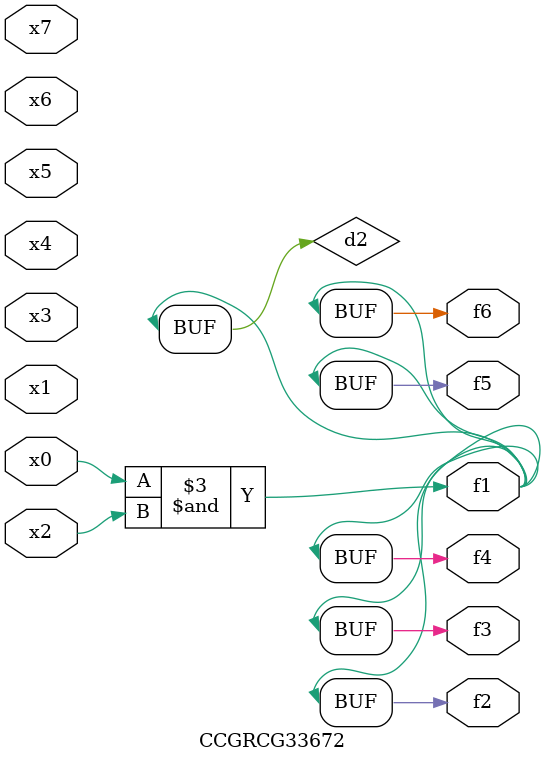
<source format=v>
module CCGRCG33672(
	input x0, x1, x2, x3, x4, x5, x6, x7,
	output f1, f2, f3, f4, f5, f6
);

	wire d1, d2;

	nor (d1, x3, x6);
	and (d2, x0, x2);
	assign f1 = d2;
	assign f2 = d2;
	assign f3 = d2;
	assign f4 = d2;
	assign f5 = d2;
	assign f6 = d2;
endmodule

</source>
